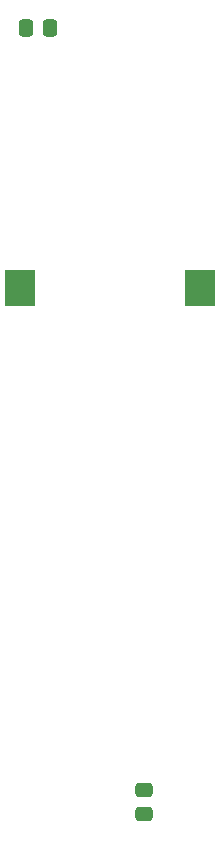
<source format=gbr>
%TF.GenerationSoftware,KiCad,Pcbnew,8.0.5*%
%TF.CreationDate,2025-03-06T00:48:24-05:00*%
%TF.ProjectId,CanSat_Sensor_Board,43616e53-6174-45f5-9365-6e736f725f42,rev?*%
%TF.SameCoordinates,Original*%
%TF.FileFunction,Paste,Top*%
%TF.FilePolarity,Positive*%
%FSLAX46Y46*%
G04 Gerber Fmt 4.6, Leading zero omitted, Abs format (unit mm)*
G04 Created by KiCad (PCBNEW 8.0.5) date 2025-03-06 00:48:24*
%MOMM*%
%LPD*%
G01*
G04 APERTURE LIST*
G04 Aperture macros list*
%AMRoundRect*
0 Rectangle with rounded corners*
0 $1 Rounding radius*
0 $2 $3 $4 $5 $6 $7 $8 $9 X,Y pos of 4 corners*
0 Add a 4 corners polygon primitive as box body*
4,1,4,$2,$3,$4,$5,$6,$7,$8,$9,$2,$3,0*
0 Add four circle primitives for the rounded corners*
1,1,$1+$1,$2,$3*
1,1,$1+$1,$4,$5*
1,1,$1+$1,$6,$7*
1,1,$1+$1,$8,$9*
0 Add four rect primitives between the rounded corners*
20,1,$1+$1,$2,$3,$4,$5,0*
20,1,$1+$1,$4,$5,$6,$7,0*
20,1,$1+$1,$6,$7,$8,$9,0*
20,1,$1+$1,$8,$9,$2,$3,0*%
G04 Aperture macros list end*
%ADD10RoundRect,0.250000X-0.475000X0.337500X-0.475000X-0.337500X0.475000X-0.337500X0.475000X0.337500X0*%
%ADD11R,2.540000X3.170000*%
%ADD12RoundRect,0.250000X-0.337500X-0.475000X0.337500X-0.475000X0.337500X0.475000X-0.337500X0.475000X0*%
G04 APERTURE END LIST*
D10*
%TO.C,0.1uF1*%
X180500000Y-125962500D03*
X180500000Y-128037500D03*
%TD*%
D11*
%TO.C,Battery1*%
X185240000Y-83500000D03*
X170000000Y-83500000D03*
%TD*%
D12*
%TO.C,0.1uF2*%
X170462500Y-61500000D03*
X172537500Y-61500000D03*
%TD*%
M02*

</source>
